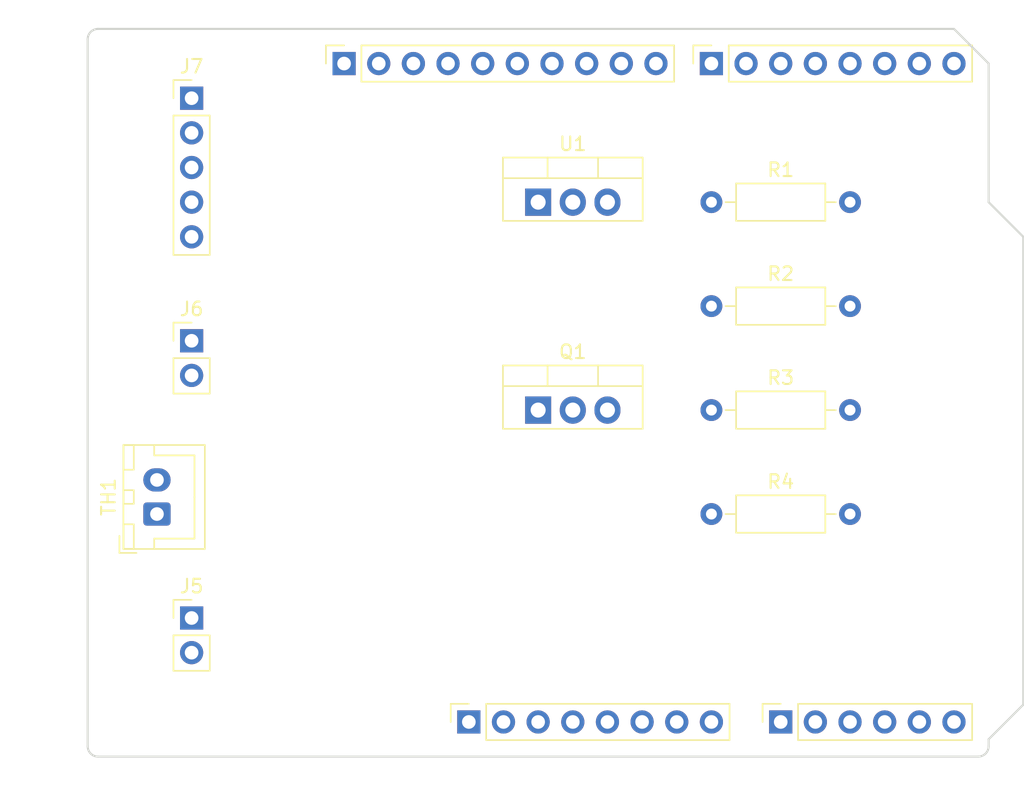
<source format=kicad_pcb>
(kicad_pcb (version 20221018) (generator pcbnew)
  (title_block (date "mar. 31 mars 2015"))
  (layers (0 "F.Cu" signal) (1 "In1.Cu" signal) (2 "In2.Cu" signal) (31 "B.Cu" signal) (34 "B.Paste" user) (35 "F.Paste" user) (36 "B.SilkS" user "B.Silkscreen") (37 "F.SilkS" user "F.Silkscreen") (38 "B.Mask" user) (39 "F.Mask" user) (44 "Edge.Cuts" user))
  (net 0 "")
  (net 1 "Net-(J1-Pin_6)")
  (net 3 "+5V")
  (net 4 "/IOREF")
  (net 5 "/A0")
  (net 6 "/A1")
  (net 7 "/A2")
  (net 8 "/A3")
  (net 9 "/SDA{slash}A4")
  (net 10 "/SCL{slash}A5")
  (net 11 "/13")
  (net 12 "/12")
  (net 13 "/AREF")
  (net 14 "/8")
  (net 16 "/*11")
  (net 17 "/*10")
  (net 18 "/*9")
  (net 19 "/4")
  (net 20 "/2")
  (net 22 "/*5")
  (net 23 "/TX{slash}1")
  (net 24 "/*3")
  (net 25 "/RX{slash}0")
  (net 26 "+3V3")
  (net 27 "VCC")
  (net 28 "/~{RESET}")
  (net 29 "Net-(J6-Pin_1)")
  (net 37 "Net-(J7-Pin_2)")
  (net 39 "Net-(J7-Pin_3)")
  (net 40 "Net-(J7-Pin_5)")
  (footprint "Connector_PinSocket_2.54mm:PinSocket_1x08_P2.54mm_Vertical" (layer "F.Cu") (at 127.94 97.46 90)
    (fp_text reference "J1" hide)
    (fp_text value "Power")
    (fp_line (start -1.33 1.27) (end -1.33 19.11) (stroke (width 0.12)) (layer "F.SilkS"))
    (fp_line (start -1.33 1.27) (end 1.33 1.27) (stroke (width 0.12)) (layer "F.SilkS"))
    (fp_line (start -1.33 19.11) (end 1.33 19.11) (stroke (width 0.12)) (layer "F.SilkS"))
    (fp_line (start 0 -1.33) (end 1.33 -1.33) (stroke (width 0.12)) (layer "F.SilkS"))
    (fp_line (start 1.33 -1.33) (end 1.33 0) (stroke (width 0.12)) (layer "F.SilkS"))
    (fp_line (start 1.33 1.27) (end 1.33 19.11) (stroke (width 0.12)) (layer "F.SilkS"))
    (pad "1" thru_hole rect locked (at 0 0 90) (size 1.7 1.7) (drill 1) (layers "*.Cu" "*.Mask"))
    (pad "2" thru_hole oval locked (at 0 2.54 90) (size 1.7 1.7) (drill 1) (layers "*.Cu" "*.Mask") (net 4 "/IOREF"))
    (pad "3" thru_hole oval locked (at 0 5.08 90) (size 1.7 1.7) (drill 1) (layers "*.Cu" "*.Mask") (net 28 "/~{RESET}"))
    (pad "4" thru_hole oval locked (at 0 7.62 90) (size 1.7 1.7) (drill 1) (layers "*.Cu" "*.Mask") (net 26 "+3V3"))
    (pad "5" thru_hole oval locked (at 0 10.16 90) (size 1.7 1.7) (drill 1) (layers "*.Cu" "*.Mask") (net 3 "+5V"))
    (pad "6" thru_hole oval locked (at 0 12.7 90) (size 1.7 1.7) (drill 1) (layers "*.Cu" "*.Mask") (net 1 "Net-(J1-Pin_6)"))
    (pad "7" thru_hole oval locked (at 0 15.24 90) (size 1.7 1.7) (drill 1) (layers "*.Cu" "*.Mask") (net 1 "Net-(J1-Pin_6)"))
    (pad "8" thru_hole oval locked (at 0 17.78 90) (size 1.7 1.7) (drill 1) (layers "*.Cu" "*.Mask") (net 27 "VCC"))
  )
  (footprint "Connector_PinSocket_2.54mm:PinSocket_1x06_P2.54mm_Vertical" (layer "F.Cu") (at 150.8 97.46 90)
    (fp_text reference "J3" hide)
    (fp_text value "Analog")
    (fp_line (start -1.33 1.27) (end -1.33 14.03) (stroke (width 0.12)) (layer "F.SilkS"))
    (fp_line (start -1.33 1.27) (end 1.33 1.27) (stroke (width 0.12)) (layer "F.SilkS"))
    (fp_line (start -1.33 14.03) (end 1.33 14.03) (stroke (width 0.12)) (layer "F.SilkS"))
    (fp_line (start 0 -1.33) (end 1.33 -1.33) (stroke (width 0.12)) (layer "F.SilkS"))
    (fp_line (start 1.33 -1.33) (end 1.33 0) (stroke (width 0.12)) (layer "F.SilkS"))
    (fp_line (start 1.33 1.27) (end 1.33 14.03) (stroke (width 0.12)) (layer "F.SilkS"))
    (pad "1" thru_hole rect locked (at 0 0 90) (size 1.7 1.7) (drill 1) (layers "*.Cu" "*.Mask") (net 5 "/A0"))
    (pad "2" thru_hole oval locked (at 0 2.54 90) (size 1.7 1.7) (drill 1) (layers "*.Cu" "*.Mask") (net 6 "/A1"))
    (pad "3" thru_hole oval locked (at 0 5.08 90) (size 1.7 1.7) (drill 1) (layers "*.Cu" "*.Mask") (net 7 "/A2"))
    (pad "4" thru_hole oval locked (at 0 7.62 90) (size 1.7 1.7) (drill 1) (layers "*.Cu" "*.Mask") (net 8 "/A3"))
    (pad "5" thru_hole oval locked (at 0 10.16 90) (size 1.7 1.7) (drill 1) (layers "*.Cu" "*.Mask") (net 9 "/SDA{slash}A4"))
    (pad "6" thru_hole oval locked (at 0 12.7 90) (size 1.7 1.7) (drill 1) (layers "*.Cu" "*.Mask") (net 10 "/SCL{slash}A5"))
  )
  (footprint "Connector_PinSocket_2.54mm:PinSocket_1x10_P2.54mm_Vertical" (layer "F.Cu") (at 118.796 49.2 90)
    (fp_text reference "J2" hide)
    (fp_text value "Digital/PWM")
    (fp_line (start -1.33 1.27) (end -1.33 24.19) (stroke (width 0.12)) (layer "F.SilkS"))
    (fp_line (start -1.33 1.27) (end 1.33 1.27) (stroke (width 0.12)) (layer "F.SilkS"))
    (fp_line (start -1.33 24.19) (end 1.33 24.19) (stroke (width 0.12)) (layer "F.SilkS"))
    (fp_line (start 0 -1.33) (end 1.33 -1.33) (stroke (width 0.12)) (layer "F.SilkS"))
    (fp_line (start 1.33 -1.33) (end 1.33 0) (stroke (width 0.12)) (layer "F.SilkS"))
    (fp_line (start 1.33 1.27) (end 1.33 24.19) (stroke (width 0.12)) (layer "F.SilkS"))
    (pad "1" thru_hole rect locked (at 0 0 90) (size 1.7 1.7) (drill 1) (layers "*.Cu" "*.Mask") (net 10 "/SCL{slash}A5"))
    (pad "2" thru_hole oval locked (at 0 2.54 90) (size 1.7 1.7) (drill 1) (layers "*.Cu" "*.Mask") (net 9 "/SDA{slash}A4"))
    (pad "3" thru_hole oval locked (at 0 5.08 90) (size 1.7 1.7) (drill 1) (layers "*.Cu" "*.Mask") (net 13 "/AREF"))
    (pad "4" thru_hole oval locked (at 0 7.62 90) (size 1.7 1.7) (drill 1) (layers "*.Cu" "*.Mask"))
    (pad "5" thru_hole oval locked (at 0 10.16 90) (size 1.7 1.7) (drill 1) (layers "*.Cu" "*.Mask") (net 11 "/13"))
    (pad "6" thru_hole oval locked (at 0 12.7 90) (size 1.7 1.7) (drill 1) (layers "*.Cu" "*.Mask") (net 12 "/12"))
    (pad "7" thru_hole oval locked (at 0 15.24 90) (size 1.7 1.7) (drill 1) (layers "*.Cu" "*.Mask") (net 16 "/*11"))
    (pad "8" thru_hole oval locked (at 0 17.78 90) (size 1.7 1.7) (drill 1) (layers "*.Cu" "*.Mask") (net 17 "/*10"))
    (pad "9" thru_hole oval locked (at 0 20.32 90) (size 1.7 1.7) (drill 1) (layers "*.Cu" "*.Mask") (net 18 "/*9"))
    (pad "10" thru_hole oval locked (at 0 22.86 90) (size 1.7 1.7) (drill 1) (layers "*.Cu" "*.Mask") (net 14 "/8"))
  )
  (footprint "Connector_PinSocket_2.54mm:PinSocket_1x08_P2.54mm_Vertical" (layer "F.Cu") (at 145.72 49.2 90)
    (fp_text reference "J4" hide)
    (fp_text value "Digital/PWM")
    (fp_line (start -1.33 1.27) (end -1.33 19.11) (stroke (width 0.12)) (layer "F.SilkS"))
    (fp_line (start -1.33 1.27) (end 1.33 1.27) (stroke (width 0.12)) (layer "F.SilkS"))
    (fp_line (start -1.33 19.11) (end 1.33 19.11) (stroke (width 0.12)) (layer "F.SilkS"))
    (fp_line (start 0 -1.33) (end 1.33 -1.33) (stroke (width 0.12)) (layer "F.SilkS"))
    (fp_line (start 1.33 -1.33) (end 1.33 0) (stroke (width 0.12)) (layer "F.SilkS"))
    (fp_line (start 1.33 1.27) (end 1.33 19.11) (stroke (width 0.12)) (layer "F.SilkS"))
    (pad "1" thru_hole rect locked (at 0 0 90) (size 1.7 1.7) (drill 1) (layers "*.Cu" "*.Mask"))
    (pad "2" thru_hole oval locked (at 0 2.54 90) (size 1.7 1.7) (drill 1) (layers "*.Cu" "*.Mask"))
    (pad "3" thru_hole oval locked (at 0 5.08 90) (size 1.7 1.7) (drill 1) (layers "*.Cu" "*.Mask") (net 22 "/*5"))
    (pad "4" thru_hole oval locked (at 0 7.62 90) (size 1.7 1.7) (drill 1) (layers "*.Cu" "*.Mask") (net 19 "/4"))
    (pad "5" thru_hole oval locked (at 0 10.16 90) (size 1.7 1.7) (drill 1) (layers "*.Cu" "*.Mask") (net 24 "/*3"))
    (pad "6" thru_hole oval locked (at 0 12.7 90) (size 1.7 1.7) (drill 1) (layers "*.Cu" "*.Mask") (net 20 "/2"))
    (pad "7" thru_hole oval locked (at 0 15.24 90) (size 1.7 1.7) (drill 1) (layers "*.Cu" "*.Mask") (net 23 "/TX{slash}1"))
    (pad "8" thru_hole oval locked (at 0 17.78 90) (size 1.7 1.7) (drill 1) (layers "*.Cu" "*.Mask") (net 25 "/RX{slash}0"))
  )
  (footprint "Package_TO_SOT_THT:TO-220-3_Vertical" (layer "F.Cu") (at 133.02 74.6)
    (fp_text reference "Q1" (at 2.54 -4.27) (layer "F.SilkS"))
    (fp_text value "Q_NMOS_GDS")
    (fp_line (start -2.58 -3.27) (end -2.58 1.371) (stroke (width 0.12)) (layer "F.SilkS"))
    (fp_line (start -2.58 -3.27) (end 7.66 -3.27) (stroke (width 0.12)) (layer "F.SilkS"))
    (fp_line (start -2.58 -1.76) (end 7.66 -1.76) (stroke (width 0.12)) (layer "F.SilkS"))
    (fp_line (start -2.58 1.371) (end 7.66 1.371) (stroke (width 0.12)) (layer "F.SilkS"))
    (fp_line (start 0.69 -3.27) (end 0.69 -1.76) (stroke (width 0.12)) (layer "F.SilkS"))
    (fp_line (start 4.391 -3.27) (end 4.391 -1.76) (stroke (width 0.12)) (layer "F.SilkS"))
    (fp_line (start 7.66 -3.27) (end 7.66 1.371) (stroke (width 0.12)) (layer "F.SilkS"))
    (pad "1" thru_hole rect (at 0 0) (size 1.905 2) (drill 1.1) (layers "*.Cu" "*.Mask") (net 24 "/*3"))
    (pad "2" thru_hole oval (at 2.54 0) (size 1.905 2) (drill 1.1) (layers "*.Cu" "*.Mask") (net 29 "Net-(J6-Pin_1)"))
    (pad "3" thru_hole oval (at 5.08 0) (size 1.905 2) (drill 1.1) (layers "*.Cu" "*.Mask"))
  )
  (footprint "Resistor_THT:R_Axial_DIN0207_L6.3mm_D2.5mm_P10.16mm_Horizontal" (layer "F.Cu") (at 145.72 66.98)
    (fp_text reference "R2" (at 5.08 -2.37) (layer "F.SilkS"))
    (fp_text value "5 kΩ")
    (fp_line (start 1.04 0) (end 1.81 0) (stroke (width 0.12)) (layer "F.SilkS"))
    (fp_line (start 1.81 -1.37) (end 1.81 1.37) (stroke (width 0.12)) (layer "F.SilkS"))
    (fp_line (start 1.81 1.37) (end 8.35 1.37) (stroke (width 0.12)) (layer "F.SilkS"))
    (fp_line (start 8.35 -1.37) (end 1.81 -1.37) (stroke (width 0.12)) (layer "F.SilkS"))
    (fp_line (start 8.35 1.37) (end 8.35 -1.37) (stroke (width 0.12)) (layer "F.SilkS"))
    (fp_line (start 9.12 0) (end 8.35 0) (stroke (width 0.12)) (layer "F.SilkS"))
    (pad "1" thru_hole circle (at 0 0) (size 1.6 1.6) (drill 0.8) (layers "*.Cu" "*.Mask") (net 8 "/A3"))
    (pad "2" thru_hole oval (at 10.16 0) (size 1.6 1.6) (drill 0.8) (layers "*.Cu" "*.Mask"))
  )
  (footprint "Resistor_THT:R_Axial_DIN0207_L6.3mm_D2.5mm_P10.16mm_Horizontal" (layer "F.Cu") (at 145.72 59.36)
    (fp_text reference "R1" (at 5.08 -2.37) (layer "F.SilkS"))
    (fp_text value "10 kΩ")
    (fp_line (start 1.04 0) (end 1.81 0) (stroke (width 0.12)) (layer "F.SilkS"))
    (fp_line (start 1.81 -1.37) (end 1.81 1.37) (stroke (width 0.12)) (layer "F.SilkS"))
    (fp_line (start 1.81 1.37) (end 8.35 1.37) (stroke (width 0.12)) (layer "F.SilkS"))
    (fp_line (start 8.35 -1.37) (end 1.81 -1.37) (stroke (width 0.12)) (layer "F.SilkS"))
    (fp_line (start 8.35 1.37) (end 8.35 -1.37) (stroke (width 0.12)) (layer "F.SilkS"))
    (fp_line (start 9.12 0) (end 8.35 0) (stroke (width 0.12)) (layer "F.SilkS"))
    (pad "1" thru_hole circle (at 0 0) (size 1.6 1.6) (drill 0.8) (layers "*.Cu" "*.Mask"))
    (pad "2" thru_hole oval (at 10.16 0) (size 1.6 1.6) (drill 0.8) (layers "*.Cu" "*.Mask") (net 8 "/A3"))
  )
  (footprint "Arduino_MountingHole:MountingHole_3.2mm" (layer "F.Cu") (at 115.24 49.2)
    (fp_text reference "MH1" hide)
    (fp_text value "MountingHole_3.2mm" hide)
    (pad "" np_thru_hole circle locked (at 0 0) (size 3.2 3.2) (drill 3.2) (layers "*.Cu" "*.Mask"))
  )
  (footprint "Connector_PinHeader_2.54mm:PinHeader_1x02_P2.54mm_Vertical" (layer "F.Cu") (at 107.62 69.52)
    (fp_text reference "J6" (at 0 -2.33) (layer "F.SilkS"))
    (fp_text value "Screw_Terminal_01x02")
    (fp_line (start -1.33 -1.33) (end 0 -1.33) (stroke (width 0.12)) (layer "F.SilkS"))
    (fp_line (start -1.33 0) (end -1.33 -1.33) (stroke (width 0.12)) (layer "F.SilkS"))
    (fp_line (start -1.33 1.27) (end -1.33 3.87) (stroke (width 0.12)) (layer "F.SilkS"))
    (fp_line (start -1.33 1.27) (end 1.33 1.27) (stroke (width 0.12)) (layer "F.SilkS"))
    (fp_line (start -1.33 3.87) (end 1.33 3.87) (stroke (width 0.12)) (layer "F.SilkS"))
    (fp_line (start 1.33 1.27) (end 1.33 3.87) (stroke (width 0.12)) (layer "F.SilkS"))
    (pad "1" thru_hole rect (at 0 0) (size 1.7 1.7) (drill 1) (layers "*.Cu" "*.Mask") (net 29 "Net-(J6-Pin_1)"))
    (pad "2" thru_hole oval (at 0 2.54) (size 1.7 1.7) (drill 1) (layers "*.Cu" "*.Mask"))
  )
  (footprint "Package_TO_SOT_THT:TO-220-3_Vertical" (layer "F.Cu") (at 133.02 59.36)
    (fp_text reference "U1" (at 2.54 -4.27) (layer "F.SilkS"))
    (fp_text value "LM7805_TO220")
    (fp_line (start -2.58 -3.27) (end -2.58 1.371) (stroke (width 0.12)) (layer "F.SilkS"))
    (fp_line (start -2.58 -3.27) (end 7.66 -3.27) (stroke (width 0.12)) (layer "F.SilkS"))
    (fp_line (start -2.58 -1.76) (end 7.66 -1.76) (stroke (width 0.12)) (layer "F.SilkS"))
    (fp_line (start -2.58 1.371) (end 7.66 1.371) (stroke (width 0.12)) (layer "F.SilkS"))
    (fp_line (start 0.69 -3.27) (end 0.69 -1.76) (stroke (width 0.12)) (layer "F.SilkS"))
    (fp_line (start 4.391 -3.27) (end 4.391 -1.76) (stroke (width 0.12)) (layer "F.SilkS"))
    (fp_line (start 7.66 -3.27) (end 7.66 1.371) (stroke (width 0.12)) (layer "F.SilkS"))
    (pad "1" thru_hole rect (at 0 0) (size 1.905 2) (drill 1.1) (layers "*.Cu" "*.Mask"))
    (pad "2" thru_hole oval (at 2.54 0) (size 1.905 2) (drill 1.1) (layers "*.Cu" "*.Mask") (net 1 "Net-(J1-Pin_6)"))
    (pad "3" thru_hole oval (at 5.08 0) (size 1.905 2) (drill 1.1) (layers "*.Cu" "*.Mask"))
  )
  (footprint "Connector_PinHeader_2.54mm:PinHeader_1x02_P2.54mm_Vertical" (layer "F.Cu") (at 107.62 89.84)
    (fp_text reference "J5" (at 0 -2.33) (layer "F.SilkS"))
    (fp_text value "Screw_Terminal_01x02")
    (fp_line (start -1.33 -1.33) (end 0 -1.33) (stroke (width 0.12)) (layer "F.SilkS"))
    (fp_line (start -1.33 0) (end -1.33 -1.33) (stroke (width 0.12)) (layer "F.SilkS"))
    (fp_line (start -1.33 1.27) (end -1.33 3.87) (stroke (width 0.12)) (layer "F.SilkS"))
    (fp_line (start -1.33 1.27) (end 1.33 1.27) (stroke (width 0.12)) (layer "F.SilkS"))
    (fp_line (start -1.33 3.87) (end 1.33 3.87) (stroke (width 0.12)) (layer "F.SilkS"))
    (fp_line (start 1.33 1.27) (end 1.33 3.87) (stroke (width 0.12)) (layer "F.SilkS"))
    (pad "1" thru_hole rect (at 0 0) (size 1.7 1.7) (drill 1) (layers "*.Cu" "*.Mask"))
    (pad "2" thru_hole oval (at 0 2.54) (size 1.7 1.7) (drill 1) (layers "*.Cu" "*.Mask"))
  )
  (footprint "Connector_PinHeader_2.54mm:PinHeader_1x05_P2.54mm_Vertical" (layer "F.Cu") (at 107.62 51.74)
    (fp_text reference "J7" (at 0 -2.33) (layer "F.SilkS"))
    (fp_text value "Conn_01x05_Pin")
    (fp_line (start -1.33 -1.33) (end 0 -1.33) (stroke (width 0.12)) (layer "F.SilkS"))
    (fp_line (start -1.33 0) (end -1.33 -1.33) (stroke (width 0.12)) (layer "F.SilkS"))
    (fp_line (start -1.33 1.27) (end -1.33 11.49) (stroke (width 0.12)) (layer "F.SilkS"))
    (fp_line (start -1.33 1.27) (end 1.33 1.27) (stroke (width 0.12)) (layer "F.SilkS"))
    (fp_line (start -1.33 11.49) (end 1.33 11.49) (stroke (width 0.12)) (layer "F.SilkS"))
    (fp_line (start 1.33 1.27) (end 1.33 11.49) (stroke (width 0.12)) (layer "F.SilkS"))
    (pad "1" thru_hole rect (at 0 0) (size 1.7 1.7) (drill 1) (layers "*.Cu" "*.Mask"))
    (pad "2" thru_hole oval (at 0 2.54) (size 1.7 1.7) (drill 1) (layers "*.Cu" "*.Mask") (net 37 "Net-(J7-Pin_2)"))
    (pad "3" thru_hole oval (at 0 5.08) (size 1.7 1.7) (drill 1) (layers "*.Cu" "*.Mask") (net 39 "Net-(J7-Pin_3)"))
    (pad "4" thru_hole oval (at 0 7.62) (size 1.7 1.7) (drill 1) (layers "*.Cu" "*.Mask") (net 37 "Net-(J7-Pin_2)"))
    (pad "5" thru_hole oval (at 0 10.16) (size 1.7 1.7) (drill 1) (layers "*.Cu" "*.Mask") (net 40 "Net-(J7-Pin_5)"))
  )
  (footprint "Connector_JST:JST_XH_B2B-XH-A_1x02_P2.50mm_Vertical" (layer "F.Cu") (at 105.08 82.22 90)
    (fp_text reference "TH1" (at 1.25 -3.55 90) (layer "F.SilkS"))
    (fp_text value "PT100")
    (fp_line (start -2.85 -2.75) (end -2.85 -1.5) (stroke (width 0.12)) (layer "F.SilkS"))
    (fp_line (start -2.56 -2.46) (end -2.56 3.51) (stroke (width 0.12)) (layer "F.SilkS"))
    (fp_line (start -2.56 3.51) (end 5.06 3.51) (stroke (width 0.12)) (layer "F.SilkS"))
    (fp_line (start -2.55 -2.45) (end -2.55 -1.7) (stroke (width 0.12)) (layer "F.SilkS"))
    (fp_line (start -2.55 -1.7) (end -0.75 -1.7) (stroke (width 0.12)) (layer "F.SilkS"))
    (fp_line (start -2.55 -0.2) (end -1.8 -0.2) (stroke (width 0.12)) (layer "F.SilkS"))
    (fp_line (start -1.8 -0.2) (end -1.8 2.75) (stroke (width 0.12)) (layer "F.SilkS"))
    (fp_line (start -1.8 2.75) (end 1.25 2.75) (stroke (width 0.12)) (layer "F.SilkS"))
    (fp_line (start -1.6 -2.75) (end -2.85 -2.75) (stroke (width 0.12)) (layer "F.SilkS"))
    (fp_line (start -0.75 -2.45) (end -2.55 -2.45) (stroke (width 0.12)) (layer "F.SilkS"))
    (fp_line (start -0.75 -1.7) (end -0.75 -2.45) (stroke (width 0.12)) (layer "F.SilkS"))
    (fp_line (start 0.75 -2.45) (end 0.75 -1.7) (stroke (width 0.12)) (layer "F.SilkS"))
    (fp_line (start 0.75 -1.7) (end 1.75 -1.7) (stroke (width 0.12)) (layer "F.SilkS"))
    (fp_line (start 1.75 -2.45) (end 0.75 -2.45) (stroke (width 0.12)) (layer "F.SilkS"))
    (fp_line (start 1.75 -1.7) (end 1.75 -2.45) (stroke (width 0.12)) (layer "F.SilkS"))
    (fp_line (start 3.25 -2.45) (end 3.25 -1.7) (stroke (width 0.12)) (layer "F.SilkS"))
    (fp_line (start 3.25 -1.7) (end 5.05 -1.7) (stroke (width 0.12)) (layer "F.SilkS"))
    (fp_line (start 4.3 -0.2) (end 4.3 2.75) (stroke (width 0.12)) (layer "F.SilkS"))
    (fp_line (start 4.3 2.75) (end 1.25 2.75) (stroke (width 0.12)) (layer "F.SilkS"))
    (fp_line (start 5.05 -2.45) (end 3.25 -2.45) (stroke (width 0.12)) (layer "F.SilkS"))
    (fp_line (start 5.05 -1.7) (end 5.05 -2.45) (stroke (width 0.12)) (layer "F.SilkS"))
    (fp_line (start 5.05 -0.2) (end 4.3 -0.2) (stroke (width 0.12)) (layer "F.SilkS"))
    (fp_line (start 5.06 -2.46) (end -2.56 -2.46) (stroke (width 0.12)) (layer "F.SilkS"))
    (fp_line (start 5.06 3.51) (end 5.06 -2.46) (stroke (width 0.12)) (layer "F.SilkS"))
    (pad "1" thru_hole roundrect (at 0 0 90) (size 1.7 2) (drill 1) (layers "*.Cu" "*.Mask") (roundrect_rratio 0.147059))
    (pad "2" thru_hole oval (at 2.5 0 90) (size 1.7 2) (drill 1) (layers "*.Cu" "*.Mask") (net 7 "/A2"))
  )
  (footprint "Resistor_THT:R_Axial_DIN0207_L6.3mm_D2.5mm_P10.16mm_Horizontal" (layer "F.Cu") (at 145.72 74.6)
    (fp_text reference "R3" (at 5.08 -2.37) (layer "F.SilkS"))
    (fp_text value "15 kΩ")
    (fp_line (start 1.04 0) (end 1.81 0) (stroke (width 0.12)) (layer "F.SilkS"))
    (fp_line (start 1.81 -1.37) (end 1.81 1.37) (stroke (width 0.12)) (layer "F.SilkS"))
    (fp_line (start 1.81 1.37) (end 8.35 1.37) (stroke (width 0.12)) (layer "F.SilkS"))
    (fp_line (start 8.35 -1.37) (end 1.81 -1.37) (stroke (width 0.12)) (layer "F.SilkS"))
    (fp_line (start 8.35 1.37) (end 8.35 -1.37) (stroke (width 0.12)) (layer "F.SilkS"))
    (fp_line (start 9.12 0) (end 8.35 0) (stroke (width 0.12)) (layer "F.SilkS"))
    (pad "1" thru_hole circle (at 0 0) (size 1.6 1.6) (drill 0.8) (layers "*.Cu" "*.Mask") (net 39 "Net-(J7-Pin_3)"))
    (pad "2" thru_hole oval (at 10.16 0) (size 1.6 1.6) (drill 0.8) (layers "*.Cu" "*.Mask") (net 6 "/A1"))
  )
  (footprint "Arduino_MountingHole:MountingHole_3.2mm" (layer "F.Cu") (at 113.97 97.46)
    (fp_text reference "MH2" hide)
    (fp_text value "MountingHole_3.2mm" hide)
    (pad "" np_thru_hole circle locked (at 0 0) (size 3.2 3.2) (drill 3.2) (layers "*.Cu" "*.Mask"))
  )
  (footprint "Arduino_MountingHole:MountingHole_3.2mm" (layer "F.Cu") (at 166.04 64.44)
    (fp_text reference "MH3" hide)
    (fp_text value "MountingHole_3.2mm" hide)
    (pad "" np_thru_hole circle locked (at 0 0) (size 3.2 3.2) (drill 3.2) (layers "*.Cu" "*.Mask"))
  )
  (footprint "Arduino_MountingHole:MountingHole_3.2mm" (layer "F.Cu") (at 166.04 92.38)
    (fp_text reference "MH4" hide)
    (fp_text value "MountingHole_3.2mm" hide)
    (pad "" np_thru_hole circle locked (at 0 0) (size 3.2 3.2) (drill 3.2) (layers "*.Cu" "*.Mask"))
  )
  (footprint "Resistor_THT:R_Axial_DIN0207_L6.3mm_D2.5mm_P10.16mm_Horizontal" (layer "F.Cu") (at 145.72 82.22)
    (fp_text reference "R4" (at 5.08 -2.37) (layer "F.SilkS"))
    (fp_text value "5 kΩ")
    (fp_line (start 1.04 0) (end 1.81 0) (stroke (width 0.12)) (layer "F.SilkS"))
    (fp_line (start 1.81 -1.37) (end 1.81 1.37) (stroke (width 0.12)) (layer "F.SilkS"))
    (fp_line (start 1.81 1.37) (end 8.35 1.37) (stroke (width 0.12)) (layer "F.SilkS"))
    (fp_line (start 8.35 -1.37) (end 1.81 -1.37) (stroke (width 0.12)) (layer "F.SilkS"))
    (fp_line (start 8.35 1.37) (end 8.35 -1.37) (stroke (width 0.12)) (layer "F.SilkS"))
    (fp_line (start 9.12 0) (end 8.35 0) (stroke (width 0.12)) (layer "F.SilkS"))
    (pad "1" thru_hole circle (at 0 0) (size 1.6 1.6) (drill 0.8) (layers "*.Cu" "*.Mask") (net 6 "/A1"))
    (pad "2" thru_hole oval (at 10.16 0) (size 1.6 1.6) (drill 0.8) (layers "*.Cu" "*.Mask") (net 40 "Net-(J7-Pin_5)"))
  )
  (gr_line (start 166.04 59.36) (end 168.58 61.9) (stroke (width 0.15)) (layer "Edge.Cuts"))
  (gr_line (start 100 99.238) (end 100 47.422) (stroke (width 0.15)) (layer "Edge.Cuts"))
  (gr_line (start 168.58 61.9) (end 168.58 96.19) (stroke (width 0.15)) (layer "Edge.Cuts"))
  (gr_line (start 165.278 100) (end 100.762 100) (stroke (width 0.15)) (layer "Edge.Cuts"))
  (gr_line (start 100.762 46.66) (end 163.5 46.66) (stroke (width 0.15)) (layer "Edge.Cuts"))
  (gr_arc (start 100.762 100) (mid 100.223185 99.776815) (end 100 99.238) (stroke (width 0.15)) (layer "Edge.Cuts"))
  (gr_line (start 168.58 96.19) (end 166.04 98.73) (stroke (width 0.15)) (layer "Edge.Cuts"))
  (gr_line (start 163.5 46.66) (end 166.04 49.2) (stroke (width 0.15)) (layer "Edge.Cuts"))
  (gr_arc (start 166.04 99.238) (mid 165.816815 99.776815) (end 165.278 100) (stroke (width 0.15)) (layer "Edge.Cuts"))
  (gr_line (start 166.04 49.2) (end 166.04 59.36) (stroke (width 0.15)) (layer "Edge.Cuts"))
  (gr_line (start 166.04 98.73) (end 166.04 99.238) (stroke (width 0.15)) (layer "Edge.Cuts"))
  (gr_arc (start 100 47.422) (mid 100.223185 46.883185) (end 100.762 46.66) (stroke (width 0.15)) (layer "Edge.Cuts"))
)
</source>
